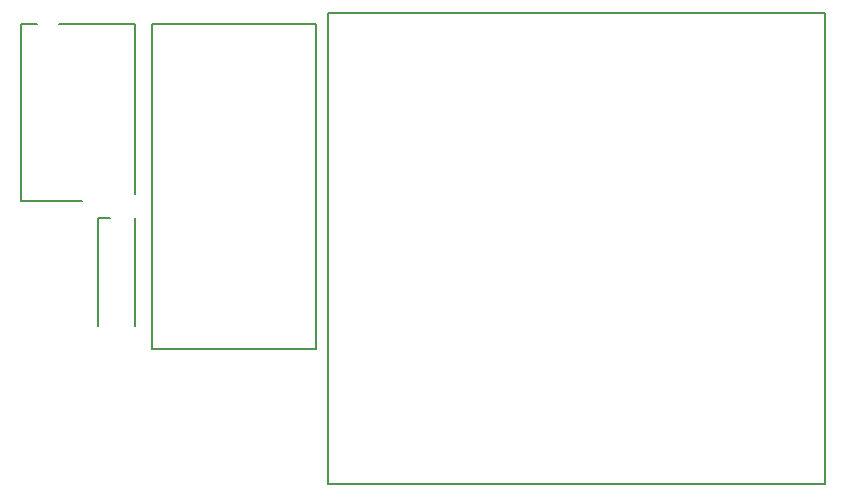
<source format=gbo>
G04 #@! TF.GenerationSoftware,KiCad,Pcbnew,8.0.9-8.0.9-0~ubuntu24.04.1*
G04 #@! TF.CreationDate,2025-05-16T09:47:28+00:00*
G04 #@! TF.ProjectId,EP91Starlet,45503931-5374-4617-926c-65742e6b6963,rev?*
G04 #@! TF.SameCoordinates,Original*
G04 #@! TF.FileFunction,Legend,Bot*
G04 #@! TF.FilePolarity,Positive*
%FSLAX46Y46*%
G04 Gerber Fmt 4.6, Leading zero omitted, Abs format (unit mm)*
G04 Created by KiCad (PCBNEW 8.0.9-8.0.9-0~ubuntu24.04.1) date 2025-05-16 09:47:28*
%MOMM*%
%LPD*%
G01*
G04 APERTURE LIST*
%ADD10C,0.200000*%
G04 APERTURE END LIST*
D10*
G04 #@! TO.C,M3*
X23380001Y68530000D02*
X23380001Y53530000D01*
X23380001Y68530000D02*
X24680001Y68530000D01*
X23380001Y53530000D02*
X28480001Y53530000D01*
X32980001Y68530000D02*
X26580001Y68530000D01*
X32980001Y54130000D02*
X32980001Y68530000D01*
G04 #@! TO.C,M4*
X29879998Y52080000D02*
X29879998Y42980000D01*
X29879998Y52080000D02*
X30880000Y52080000D01*
X32980001Y52080000D02*
X32980001Y42980000D01*
G04 #@! TO.C,M1*
X49339997Y69479995D02*
X90140000Y69479995D01*
X49339997Y29579996D02*
X49339997Y69479995D01*
X49339997Y29579996D02*
X91439997Y29579996D01*
X90140000Y69479995D02*
X91440000Y69479995D01*
X91439997Y29579996D02*
X91440000Y69479995D01*
G04 #@! TO.C,M2*
X48330001Y41030000D02*
X34430001Y41030000D01*
X34430001Y68530000D01*
X48330001Y68530000D01*
X48330001Y41030000D01*
G04 #@! TD*
M02*

</source>
